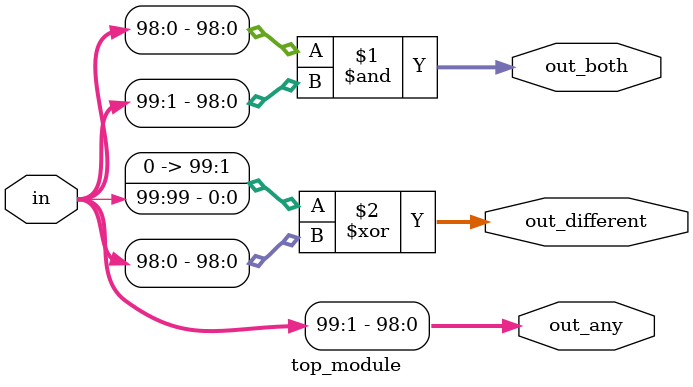
<source format=sv>
module top_module (
    input [99:0] in,
    output [98:0] out_both,
    output [99:1] out_any,
    output [99:0] out_different
);

    assign out_both = in[98:0] & in[99:1];
    
    assign out_any = {in[98], in[99:1]};
    
    assign out_different = {in[99]} ^ in[98:0];

endmodule

</source>
